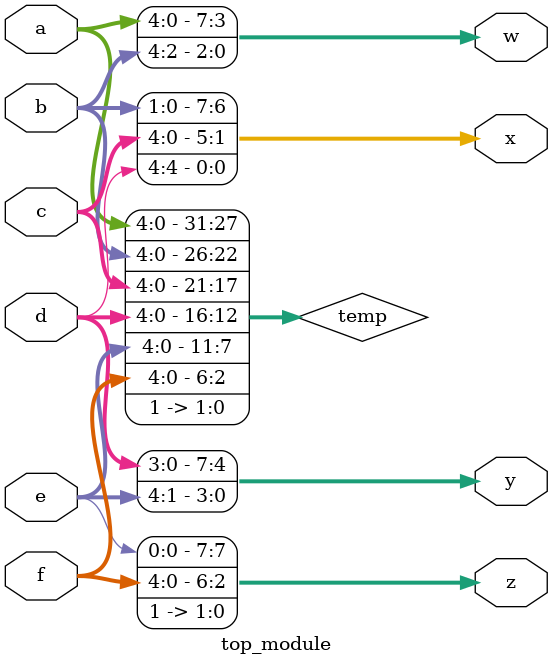
<source format=v>
module top_module (
    input [4:0] a, b, c, d, e, f,
    output [7:0] w, x, y, z );//

    // assign { ... } = { ... };
    wire [31:0] temp;

    // Concatenate 30 bits + two 1 bits
    assign temp = {a, b, c, d, e, f, 1'b1, 1'b1};

    // Split into 4 output bytes
    assign {w, x, y, z} = temp;


endmodule

</source>
